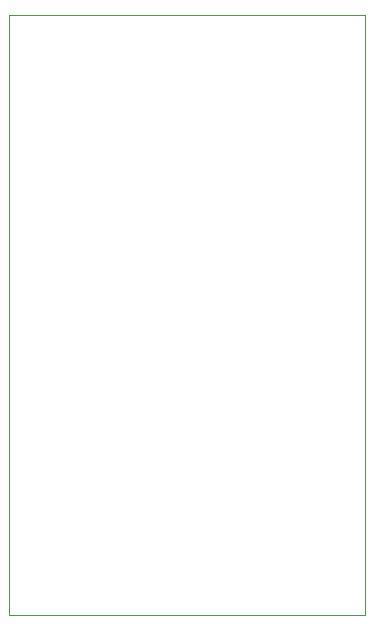
<source format=gbr>
%TF.GenerationSoftware,KiCad,Pcbnew,8.0.6*%
%TF.CreationDate,2025-06-26T12:50:09+02:00*%
%TF.ProjectId,PCF8583 1v3,50434638-3538-4332-9031-76332e6b6963,rev?*%
%TF.SameCoordinates,Original*%
%TF.FileFunction,Profile,NP*%
%FSLAX46Y46*%
G04 Gerber Fmt 4.6, Leading zero omitted, Abs format (unit mm)*
G04 Created by KiCad (PCBNEW 8.0.6) date 2025-06-26 12:50:09*
%MOMM*%
%LPD*%
G01*
G04 APERTURE LIST*
%TA.AperFunction,Profile*%
%ADD10C,0.050000*%
%TD*%
G04 APERTURE END LIST*
D10*
X133426100Y-130398600D02*
X163576100Y-130398600D01*
X163576100Y-130398600D02*
X163576100Y-79608600D01*
X163576100Y-79608600D02*
X133426100Y-79608600D01*
X133426100Y-79608600D02*
X133426100Y-130398600D01*
M02*

</source>
